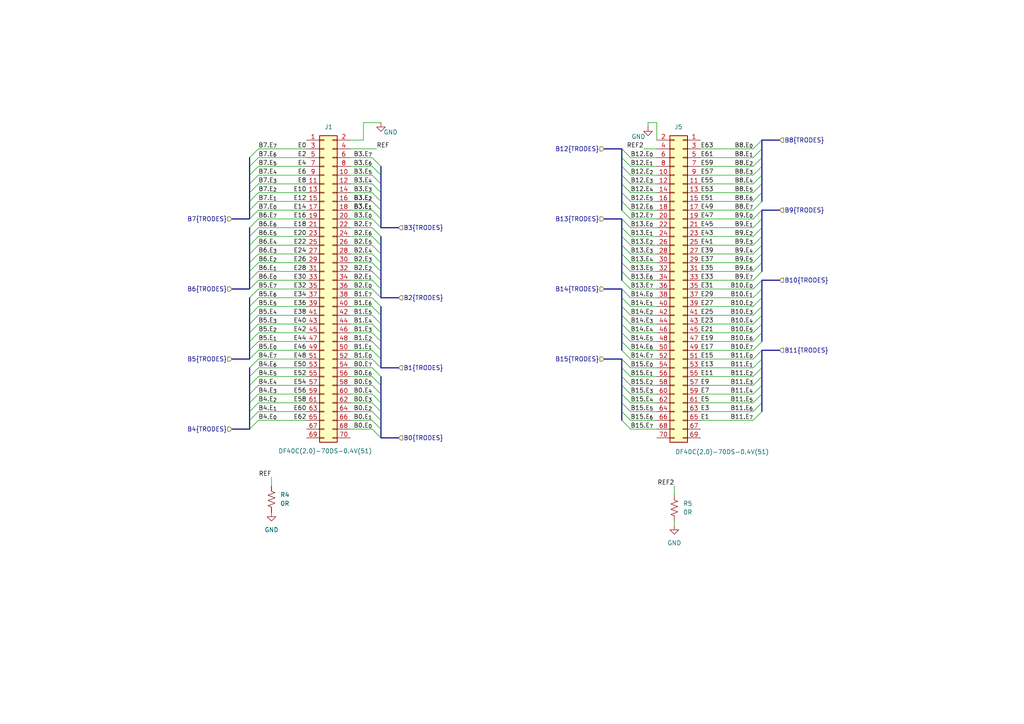
<source format=kicad_sch>
(kicad_sch (version 20250114) (generator "eeschema") (generator_version "9.0")
  (paper "A4")
  (title_block (title "Ephys Test Module - 128 Channel (Dual Hirose DF40C)") (date "2025-04-07") (rev "A") (company "Open Ephys, Inc."))
  (lib_symbols
    (symbol "Connector_Generic:Conn_02x35_Odd_Even" (pin_names (offset 1.016) (hide yes))
      (property "Reference" "J" (at 1.27 45.72 0))
      (property "Value" "Conn_02x35_Odd_Even" (at 1.27 -45.72 0))
      (symbol "Conn_02x35_Odd_Even_1_1"
        (rectangle (start -1.27 44.45) (end 3.81 -44.45) (stroke (width 0.254)) (fill (type background)))
        (rectangle (start -1.27 43.307) (end 0 43.053) (stroke (width 0.1524)))
        (rectangle (start -1.27 40.767) (end 0 40.513) (stroke (width 0.1524)))
        (rectangle (start -1.27 38.227) (end 0 37.973) (stroke (width 0.1524)))
        (rectangle (start -1.27 35.687) (end 0 35.433) (stroke (width 0.1524)))
        (rectangle (start -1.27 33.147) (end 0 32.893) (stroke (width 0.1524)))
        (rectangle (start -1.27 30.607) (end 0 30.353) (stroke (width 0.1524)))
        (rectangle (start -1.27 28.067) (end 0 27.813) (stroke (width 0.1524)))
        (rectangle (start -1.27 25.527) (end 0 25.273) (stroke (width 0.1524)))
        (rectangle (start -1.27 22.987) (end 0 22.733) (stroke (width 0.1524)))
        (rectangle (start -1.27 20.447) (end 0 20.193) (stroke (width 0.1524)))
        (rectangle (start -1.27 17.907) (end 0 17.653) (stroke (width 0.1524)))
        (rectangle (start -1.27 15.367) (end 0 15.113) (stroke (width 0.1524)))
        (rectangle (start -1.27 12.827) (end 0 12.573) (stroke (width 0.1524)))
        (rectangle (start -1.27 10.287) (end 0 10.033) (stroke (width 0.1524)))
        (rectangle (start -1.27 7.747) (end 0 7.493) (stroke (width 0.1524)))
        (rectangle (start -1.27 5.207) (end 0 4.953) (stroke (width 0.1524)))
        (rectangle (start -1.27 2.667) (end 0 2.413) (stroke (width 0.1524)))
        (rectangle (start -1.27 0.127) (end 0 -0.127) (stroke (width 0.1524)))
        (rectangle (start -1.27 -2.413) (end 0 -2.667) (stroke (width 0.1524)))
        (rectangle (start -1.27 -4.953) (end 0 -5.207) (stroke (width 0.1524)))
        (rectangle (start -1.27 -7.493) (end 0 -7.747) (stroke (width 0.1524)))
        (rectangle (start -1.27 -10.033) (end 0 -10.287) (stroke (width 0.1524)))
        (rectangle (start -1.27 -12.573) (end 0 -12.827) (stroke (width 0.1524)))
        (rectangle (start -1.27 -15.113) (end 0 -15.367) (stroke (width 0.1524)))
        (rectangle (start -1.27 -17.653) (end 0 -17.907) (stroke (width 0.1524)))
        (rectangle (start -1.27 -20.193) (end 0 -20.447) (stroke (width 0.1524)))
        (rectangle (start -1.27 -22.733) (end 0 -22.987) (stroke (width 0.1524)))
        (rectangle (start -1.27 -25.273) (end 0 -25.527) (stroke (width 0.1524)))
        (rectangle (start -1.27 -27.813) (end 0 -28.067) (stroke (width 0.1524)))
        (rectangle (start -1.27 -30.353) (end 0 -30.607) (stroke (width 0.1524)))
        (rectangle (start -1.27 -32.893) (end 0 -33.147) (stroke (width 0.1524)))
        (rectangle (start -1.27 -35.433) (end 0 -35.687) (stroke (width 0.1524)))
        (rectangle (start -1.27 -37.973) (end 0 -38.227) (stroke (width 0.1524)))
        (rectangle (start -1.27 -40.513) (end 0 -40.767) (stroke (width 0.1524)))
        (rectangle (start -1.27 -43.053) (end 0 -43.307) (stroke (width 0.1524)))
        (rectangle (start 3.81 43.307) (end 2.54 43.053) (stroke (width 0.1524)))
        (rectangle (start 3.81 40.767) (end 2.54 40.513) (stroke (width 0.1524)))
        (rectangle (start 3.81 38.227) (end 2.54 37.973) (stroke (width 0.1524)))
        (rectangle (start 3.81 35.687) (end 2.54 35.433) (stroke (width 0.1524)))
        (rectangle (start 3.81 33.147) (end 2.54 32.893) (stroke (width 0.1524)))
        (rectangle (start 3.81 30.607) (end 2.54 30.353) (stroke (width 0.1524)))
        (rectangle (start 3.81 28.067) (end 2.54 27.813) (stroke (width 0.1524)))
        (rectangle (start 3.81 25.527) (end 2.54 25.273) (stroke (width 0.1524)))
        (rectangle (start 3.81 22.987) (end 2.54 22.733) (stroke (width 0.1524)))
        (rectangle (start 3.81 20.447) (end 2.54 20.193) (stroke (width 0.1524)))
        (rectangle (start 3.81 17.907) (end 2.54 17.653) (stroke (width 0.1524)))
        (rectangle (start 3.81 15.367) (end 2.54 15.113) (stroke (width 0.1524)))
        (rectangle (start 3.81 12.827) (end 2.54 12.573) (stroke (width 0.1524)))
        (rectangle (start 3.81 10.287) (end 2.54 10.033) (stroke (width 0.1524)))
        (rectangle (start 3.81 7.747) (end 2.54 7.493) (stroke (width 0.1524)))
        (rectangle (start 3.81 5.207) (end 2.54 4.953) (stroke (width 0.1524)))
        (rectangle (start 3.81 2.667) (end 2.54 2.413) (stroke (width 0.1524)))
        (rectangle (start 3.81 0.127) (end 2.54 -0.127) (stroke (width 0.1524)))
        (rectangle (start 3.81 -2.413) (end 2.54 -2.667) (stroke (width 0.1524)))
        (rectangle (start 3.81 -4.953) (end 2.54 -5.207) (stroke (width 0.1524)))
        (rectangle (start 3.81 -7.493) (end 2.54 -7.747) (stroke (width 0.1524)))
        (rectangle (start 3.81 -10.033) (end 2.54 -10.287) (stroke (width 0.1524)))
        (rectangle (start 3.81 -12.573) (end 2.54 -12.827) (stroke (width 0.1524)))
        (rectangle (start 3.81 -15.113) (end 2.54 -15.367) (stroke (width 0.1524)))
        (rectangle (start 3.81 -17.653) (end 2.54 -17.907) (stroke (width 0.1524)))
        (rectangle (start 3.81 -20.193) (end 2.54 -20.447) (stroke (width 0.1524)))
        (rectangle (start 3.81 -22.733) (end 2.54 -22.987) (stroke (width 0.1524)))
        (rectangle (start 3.81 -25.273) (end 2.54 -25.527) (stroke (width 0.1524)))
        (rectangle (start 3.81 -27.813) (end 2.54 -28.067) (stroke (width 0.1524)))
        (rectangle (start 3.81 -30.353) (end 2.54 -30.607) (stroke (width 0.1524)))
        (rectangle (start 3.81 -32.893) (end 2.54 -33.147) (stroke (width 0.1524)))
        (rectangle (start 3.81 -35.433) (end 2.54 -35.687) (stroke (width 0.1524)))
        (rectangle (start 3.81 -37.973) (end 2.54 -38.227) (stroke (width 0.1524)))
        (rectangle (start 3.81 -40.513) (end 2.54 -40.767) (stroke (width 0.1524)))
        (rectangle (start 3.81 -43.053) (end 2.54 -43.307) (stroke (width 0.1524)))
        (pin passive line (at -5.08 43.18 0) (length 3.81) (name "Pin_1") (number "1"))
        (pin passive line (at -5.08 40.64 0) (length 3.81) (name "Pin_3") (number "3"))
        (pin passive line (at -5.08 38.1 0) (length 3.81) (name "Pin_5") (number "5"))
        (pin passive line (at -5.08 35.56 0) (length 3.81) (name "Pin_7") (number "7"))
        (pin passive line (at -5.08 33.02 0) (length 3.81) (name "Pin_9") (number "9"))
        (pin passive line (at -5.08 30.48 0) (length 3.81) (name "Pin_11") (number "11"))
        (pin passive line (at -5.08 27.94 0) (length 3.81) (name "Pin_13") (number "13"))
        (pin passive line (at -5.08 25.4 0) (length 3.81) (name "Pin_15") (number "15"))
        (pin passive line (at -5.08 22.86 0) (length 3.81) (name "Pin_17") (number "17"))
        (pin passive line (at -5.08 20.32 0) (length 3.81) (name "Pin_19") (number "19"))
        (pin passive line (at -5.08 17.78 0) (length 3.81) (name "Pin_21") (number "21"))
        (pin passive line (at -5.08 15.24 0) (length 3.81) (name "Pin_23") (number "23"))
        (pin passive line (at -5.08 12.7 0) (length 3.81) (name "Pin_25") (number "25"))
        (pin passive line (at -5.08 10.16 0) (length 3.81) (name "Pin_27") (number "27"))
        (pin passive line (at -5.08 7.62 0) (length 3.81) (name "Pin_29") (number "29"))
        (pin passive line (at -5.08 5.08 0) (length 3.81) (name "Pin_31") (number "31"))
        (pin passive line (at -5.08 2.54 0) (length 3.81) (name "Pin_33") (number "33"))
        (pin passive line (at -5.08 0 0) (length 3.81) (name "Pin_35") (number "35"))
        (pin passive line (at -5.08 -2.54 0) (length 3.81) (name "Pin_37") (number "37"))
        (pin passive line (at -5.08 -5.08 0) (length 3.81) (name "Pin_39") (number "39"))
        (pin passive line (at -5.08 -7.62 0) (length 3.81) (name "Pin_41") (number "41"))
        (pin passive line (at -5.08 -10.16 0) (length 3.81) (name "Pin_43") (number "43"))
        (pin passive line (at -5.08 -12.7 0) (length 3.81) (name "Pin_45") (number "45"))
        (pin passive line (at -5.08 -15.24 0) (length 3.81) (name "Pin_47") (number "47"))
        (pin passive line (at -5.08 -17.78 0) (length 3.81) (name "Pin_49") (number "49"))
        (pin passive line (at -5.08 -20.32 0) (length 3.81) (name "Pin_51") (number "51"))
        (pin passive line (at -5.08 -22.86 0) (length 3.81) (name "Pin_53") (number "53"))
        (pin passive line (at -5.08 -25.4 0) (length 3.81) (name "Pin_55") (number "55"))
        (pin passive line (at -5.08 -27.94 0) (length 3.81) (name "Pin_57") (number "57"))
        (pin passive line (at -5.08 -30.48 0) (length 3.81) (name "Pin_59") (number "59"))
        (pin passive line (at -5.08 -33.02 0) (length 3.81) (name "Pin_61") (number "61"))
        (pin passive line (at -5.08 -35.56 0) (length 3.81) (name "Pin_63") (number "63"))
        (pin passive line (at -5.08 -38.1 0) (length 3.81) (name "Pin_65") (number "65"))
        (pin passive line (at -5.08 -40.64 0) (length 3.81) (name "Pin_67") (number "67"))
        (pin passive line (at -5.08 -43.18 0) (length 3.81) (name "Pin_69") (number "69"))
        (pin passive line (at 7.62 43.18 180) (length 3.81) (name "Pin_2") (number "2"))
        (pin passive line (at 7.62 40.64 180) (length 3.81) (name "Pin_4") (number "4"))
        (pin passive line (at 7.62 38.1 180) (length 3.81) (name "Pin_6") (number "6"))
        (pin passive line (at 7.62 35.56 180) (length 3.81) (name "Pin_8") (number "8"))
        (pin passive line (at 7.62 33.02 180) (length 3.81) (name "Pin_10") (number "10"))
        (pin passive line (at 7.62 30.48 180) (length 3.81) (name "Pin_12") (number "12"))
        (pin passive line (at 7.62 27.94 180) (length 3.81) (name "Pin_14") (number "14"))
        (pin passive line (at 7.62 25.4 180) (length 3.81) (name "Pin_16") (number "16"))
        (pin passive line (at 7.62 22.86 180) (length 3.81) (name "Pin_18") (number "18"))
        (pin passive line (at 7.62 20.32 180) (length 3.81) (name "Pin_20") (number "20"))
        (pin passive line (at 7.62 17.78 180) (length 3.81) (name "Pin_22") (number "22"))
        (pin passive line (at 7.62 15.24 180) (length 3.81) (name "Pin_24") (number "24"))
        (pin passive line (at 7.62 12.7 180) (length 3.81) (name "Pin_26") (number "26"))
        (pin passive line (at 7.62 10.16 180) (length 3.81) (name "Pin_28") (number "28"))
        (pin passive line (at 7.62 7.62 180) (length 3.81) (name "Pin_30") (number "30"))
        (pin passive line (at 7.62 5.08 180) (length 3.81) (name "Pin_32") (number "32"))
        (pin passive line (at 7.62 2.54 180) (length 3.81) (name "Pin_34") (number "34"))
        (pin passive line (at 7.62 0 180) (length 3.81) (name "Pin_36") (number "36"))
        (pin passive line (at 7.62 -2.54 180) (length 3.81) (name "Pin_38") (number "38"))
        (pin passive line (at 7.62 -5.08 180) (length 3.81) (name "Pin_40") (number "40"))
        (pin passive line (at 7.62 -7.62 180) (length 3.81) (name "Pin_42") (number "42"))
        (pin passive line (at 7.62 -10.16 180) (length 3.81) (name "Pin_44") (number "44"))
        (pin passive line (at 7.62 -12.7 180) (length 3.81) (name "Pin_46") (number "46"))
        (pin passive line (at 7.62 -15.24 180) (length 3.81) (name "Pin_48") (number "48"))
        (pin passive line (at 7.62 -17.78 180) (length 3.81) (name "Pin_50") (number "50"))
        (pin passive line (at 7.62 -20.32 180) (length 3.81) (name "Pin_52") (number "52"))
        (pin passive line (at 7.62 -22.86 180) (length 3.81) (name "Pin_54") (number "54"))
        (pin passive line (at 7.62 -25.4 180) (length 3.81) (name "Pin_56") (number "56"))
        (pin passive line (at 7.62 -27.94 180) (length 3.81) (name "Pin_58") (number "58"))
        (pin passive line (at 7.62 -30.48 180) (length 3.81) (name "Pin_60") (number "60"))
        (pin passive line (at 7.62 -33.02 180) (length 3.81) (name "Pin_62") (number "62"))
        (pin passive line (at 7.62 -35.56 180) (length 3.81) (name "Pin_64") (number "64"))
        (pin passive line (at 7.62 -38.1 180) (length 3.81) (name "Pin_66") (number "66"))
        (pin passive line (at 7.62 -40.64 180) (length 3.81) (name "Pin_68") (number "68"))
        (pin passive line (at 7.62 -43.18 180) (length 3.81) (name "Pin_70") (number "70"))
      )
    )
    (symbol "Device:R_US" (pin_numbers (hide yes)) (pin_names (offset 0))
      (property "Reference" "R" (at 2.54 0 90))
      (property "Value" "R_US" (at -2.54 0 90))
      (symbol "R_US_0_1"
        (polyline (pts (xy 0 2.286) (xy 0 2.54)))
        (polyline (pts (xy 0 2.286) (xy 1.016 1.905) (xy 0 1.524) (xy -1.016 1.143) (xy 0 0.762)))
        (polyline (pts (xy 0 0.762) (xy 1.016 0.381) (xy 0 0) (xy -1.016 -0.381) (xy 0 -0.762)))
        (polyline (pts (xy 0 -0.762) (xy 1.016 -1.143) (xy 0 -1.524) (xy -1.016 -1.905) (xy 0 -2.286)))
        (polyline (pts (xy 0 -2.286) (xy 0 -2.54)))
      )
      (symbol "R_US_1_1"
        (pin passive line (at 0 3.81 270) (length 1.27) (name "~") (number "1"))
        (pin passive line (at 0 -3.81 90) (length 1.27) (name "~") (number "2"))
      )
    )
    (symbol "power:GND" (power) (pin_numbers (hide yes)) (pin_names (offset 0) (hide yes))
      (property "Value" "GND" (at 0 -3.81 0))
      (symbol "GND_0_1"
        (polyline (pts (xy 0 0) (xy 0 -1.27) (xy 1.27 -1.27) (xy 0 -2.54) (xy -1.27 -1.27) (xy 0 -1.27)))
      )
      (symbol "GND_1_1"
        (pin power_in line (at 0 0 270) (length 0) (name "~") (number "1"))
      )
    )
  )
  (bus_entry (at 72.39 50.8) (size 2.54 -2.54))
  (bus_entry (at 72.39 116.84) (size 2.54 -2.54))
  (bus_entry (at 110.49 101.6) (size -2.54 -2.54))
  (bus_entry (at 72.39 78.74) (size 2.54 -2.54))
  (bus_entry (at 110.49 50.8) (size -2.54 -2.54))
  (bus_entry (at 180.34 58.42) (size 2.54 2.54))
  (bus_entry (at 110.49 114.3) (size -2.54 -2.54))
  (bus_entry (at 110.49 121.92) (size -2.54 -2.54))
  (bus_entry (at 220.98 71.12) (size -2.54 2.54))
  (bus_entry (at 110.49 63.5) (size -2.54 -2.54))
  (bus_entry (at 110.49 76.2) (size -2.54 -2.54))
  (bus_entry (at 110.49 96.52) (size -2.54 -2.54))
  (bus_entry (at 220.98 99.06) (size -2.54 2.54))
  (bus_entry (at 72.39 58.42) (size 2.54 -2.54))
  (bus_entry (at 220.98 116.84) (size -2.54 2.54))
  (bus_entry (at 220.98 119.38) (size -2.54 2.54))
  (bus_entry (at 110.49 109.22) (size -2.54 -2.54))
  (bus_entry (at 72.39 104.14) (size 2.54 -2.54))
  (bus_entry (at 72.39 96.52) (size 2.54 -2.54))
  (bus_entry (at 220.98 86.36) (size -2.54 2.54))
  (bus_entry (at 180.34 111.76) (size 2.54 2.54))
  (bus_entry (at 180.34 119.38) (size 2.54 2.54))
  (bus_entry (at 110.49 91.44) (size -2.54 -2.54))
  (bus_entry (at 180.34 45.72) (size 2.54 2.54))
  (bus_entry (at 180.34 99.06) (size 2.54 2.54))
  (bus_entry (at 220.98 58.42) (size -2.54 2.54))
  (bus_entry (at 220.98 96.52) (size -2.54 2.54))
  (bus_entry (at 180.34 71.12) (size 2.54 2.54))
  (bus_entry (at 180.34 88.9) (size 2.54 2.54))
  (bus_entry (at 220.98 40.64) (size -2.54 2.54))
  (bus_entry (at 72.39 63.5) (size 2.54 -2.54))
  (bus_entry (at 220.98 50.8) (size -2.54 2.54))
  (bus_entry (at 180.34 106.68) (size 2.54 2.54))
  (bus_entry (at 110.49 81.28) (size -2.54 -2.54))
  (bus_entry (at 180.34 91.44) (size 2.54 2.54))
  (bus_entry (at 110.49 73.66) (size -2.54 -2.54))
  (bus_entry (at 72.39 99.06) (size 2.54 -2.54))
  (bus_entry (at 220.98 53.34) (size -2.54 2.54))
  (bus_entry (at 220.98 101.6) (size -2.54 2.54))
  (bus_entry (at 180.34 109.22) (size 2.54 2.54))
  (bus_entry (at 220.98 48.26) (size -2.54 2.54))
  (bus_entry (at 220.98 114.3) (size -2.54 2.54))
  (bus_entry (at 72.39 45.72) (size 2.54 -2.54))
  (bus_entry (at 110.49 106.68) (size -2.54 -2.54))
  (bus_entry (at 180.34 101.6) (size 2.54 2.54))
  (bus_entry (at 72.39 66.04) (size 2.54 -2.54))
  (bus_entry (at 180.34 116.84) (size 2.54 2.54))
  (bus_entry (at 220.98 45.72) (size -2.54 2.54))
  (bus_entry (at 72.39 91.44) (size 2.54 -2.54))
  (bus_entry (at 180.34 121.92) (size 2.54 2.54))
  (bus_entry (at 72.39 93.98) (size 2.54 -2.54))
  (bus_entry (at 220.98 73.66) (size -2.54 2.54))
  (bus_entry (at 72.39 121.92) (size 2.54 -2.54))
  (bus_entry (at 72.39 68.58) (size 2.54 -2.54))
  (bus_entry (at 220.98 83.82) (size -2.54 2.54))
  (bus_entry (at 180.34 114.3) (size 2.54 2.54))
  (bus_entry (at 72.39 109.22) (size 2.54 -2.54))
  (bus_entry (at 72.39 81.28) (size 2.54 -2.54))
  (bus_entry (at 110.49 53.34) (size -2.54 -2.54))
  (bus_entry (at 110.49 48.26) (size -2.54 -2.54))
  (bus_entry (at 110.49 116.84) (size -2.54 -2.54))
  (bus_entry (at 72.39 119.38) (size 2.54 -2.54))
  (bus_entry (at 110.49 58.42) (size -2.54 -2.54))
  (bus_entry (at 110.49 124.46) (size -2.54 -2.54))
  (bus_entry (at 180.34 63.5) (size 2.54 2.54))
  (bus_entry (at 72.39 53.34) (size 2.54 -2.54))
  (bus_entry (at 220.98 104.14) (size -2.54 2.54))
  (bus_entry (at 220.98 78.74) (size -2.54 2.54))
  (bus_entry (at 180.34 43.18) (size 2.54 2.54))
  (bus_entry (at 72.39 106.68) (size 2.54 -2.54))
  (bus_entry (at 110.49 127) (size -2.54 -2.54))
  (bus_entry (at 72.39 124.46) (size 2.54 -2.54))
  (bus_entry (at 110.49 86.36) (size -2.54 -2.54))
  (bus_entry (at 110.49 88.9) (size -2.54 -2.54))
  (bus_entry (at 220.98 63.5) (size -2.54 2.54))
  (bus_entry (at 220.98 43.18) (size -2.54 2.54))
  (bus_entry (at 72.39 83.82) (size 2.54 -2.54))
  (bus_entry (at 110.49 99.06) (size -2.54 -2.54))
  (bus_entry (at 72.39 76.2) (size 2.54 -2.54))
  (bus_entry (at 180.34 83.82) (size 2.54 2.54))
  (bus_entry (at 220.98 66.04) (size -2.54 2.54))
  (bus_entry (at 180.34 81.28) (size 2.54 2.54))
  (bus_entry (at 180.34 93.98) (size 2.54 2.54))
  (bus_entry (at 180.34 73.66) (size 2.54 2.54))
  (bus_entry (at 180.34 53.34) (size 2.54 2.54))
  (bus_entry (at 110.49 78.74) (size -2.54 -2.54))
  (bus_entry (at 110.49 71.12) (size -2.54 -2.54))
  (bus_entry (at 180.34 96.52) (size 2.54 2.54))
  (bus_entry (at 180.34 55.88) (size 2.54 2.54))
  (bus_entry (at 72.39 48.26) (size 2.54 -2.54))
  (bus_entry (at 72.39 101.6) (size 2.54 -2.54))
  (bus_entry (at 110.49 93.98) (size -2.54 -2.54))
  (bus_entry (at 220.98 60.96) (size -2.54 2.54))
  (bus_entry (at 220.98 81.28) (size -2.54 2.54))
  (bus_entry (at 180.34 50.8) (size 2.54 2.54))
  (bus_entry (at 110.49 83.82) (size -2.54 -2.54))
  (bus_entry (at 220.98 88.9) (size -2.54 2.54))
  (bus_entry (at 110.49 60.96) (size -2.54 -2.54))
  (bus_entry (at 72.39 71.12) (size 2.54 -2.54))
  (bus_entry (at 220.98 68.58) (size -2.54 2.54))
  (bus_entry (at 110.49 66.04) (size -2.54 -2.54))
  (bus_entry (at 180.34 68.58) (size 2.54 2.54))
  (bus_entry (at 110.49 104.14) (size -2.54 -2.54))
  (bus_entry (at 72.39 114.3) (size 2.54 -2.54))
  (bus_entry (at 72.39 73.66) (size 2.54 -2.54))
  (bus_entry (at 110.49 55.88) (size -2.54 -2.54))
  (bus_entry (at 180.34 86.36) (size 2.54 2.54))
  (bus_entry (at 72.39 88.9) (size 2.54 -2.54))
  (bus_entry (at 72.39 111.76) (size 2.54 -2.54))
  (bus_entry (at 220.98 91.44) (size -2.54 2.54))
  (bus_entry (at 180.34 78.74) (size 2.54 2.54))
  (bus_entry (at 72.39 86.36) (size 2.54 -2.54))
  (bus_entry (at 220.98 106.68) (size -2.54 2.54))
  (bus_entry (at 180.34 60.96) (size 2.54 2.54))
  (bus_entry (at 180.34 66.04) (size 2.54 2.54))
  (bus_entry (at 220.98 109.22) (size -2.54 2.54))
  (bus_entry (at 180.34 104.14) (size 2.54 2.54))
  (bus_entry (at 220.98 93.98) (size -2.54 2.54))
  (bus_entry (at 72.39 55.88) (size 2.54 -2.54))
  (bus_entry (at 220.98 111.76) (size -2.54 2.54))
  (bus_entry (at 72.39 60.96) (size 2.54 -2.54))
  (bus_entry (at 220.98 55.88) (size -2.54 2.54))
  (bus_entry (at 220.98 76.2) (size -2.54 2.54))
  (bus_entry (at 180.34 76.2) (size 2.54 2.54))
  (bus_entry (at 110.49 111.76) (size -2.54 -2.54))
  (bus_entry (at 110.49 68.58) (size -2.54 -2.54))
  (bus_entry (at 110.49 119.38) (size -2.54 -2.54))
  (bus_entry (at 180.34 48.26) (size 2.54 2.54))
  (wire (pts (xy 203.2 68.58) (xy 218.44 68.58)))
  (wire (pts (xy 187.96 35.56) (xy 190.5 35.56)))
  (bus (pts (xy 110.49 96.52) (xy 110.49 93.98)))
  (wire (pts (xy 203.2 43.18) (xy 218.44 43.18)))
  (bus (pts (xy 175.26 43.18) (xy 180.34 43.18)))
  (bus (pts (xy 226.06 101.6) (xy 220.98 101.6)))
  (wire (pts (xy 74.93 96.52) (xy 88.9 96.52)))
  (wire (pts (xy 101.6 86.36) (xy 107.95 86.36)))
  (bus (pts (xy 220.98 55.88) (xy 220.98 58.42)))
  (bus (pts (xy 72.39 124.46) (xy 72.39 121.92)))
  (bus (pts (xy 72.39 111.76) (xy 72.39 109.22)))
  (bus (pts (xy 72.39 104.14) (xy 72.39 101.6)))
  (wire (pts (xy 74.93 53.34) (xy 88.9 53.34)))
  (bus (pts (xy 110.49 93.98) (xy 110.49 91.44)))
  (bus (pts (xy 180.34 68.58) (xy 180.34 71.12)))
  (wire (pts (xy 107.95 63.5) (xy 101.6 63.5)))
  (wire (pts (xy 107.95 83.82) (xy 101.6 83.82)))
  (wire (pts (xy 190.5 93.98) (xy 182.88 93.98)))
  (bus (pts (xy 72.39 101.6) (xy 72.39 99.06)))
  (bus (pts (xy 180.34 96.52) (xy 180.34 99.06)))
  (wire (pts (xy 107.95 114.3) (xy 101.6 114.3)))
  (bus (pts (xy 220.98 104.14) (xy 220.98 106.68)))
  (wire (pts (xy 107.95 50.8) (xy 101.6 50.8)))
  (wire (pts (xy 190.5 81.28) (xy 182.88 81.28)))
  (bus (pts (xy 72.39 50.8) (xy 72.39 48.26)))
  (wire (pts (xy 107.95 45.72) (xy 101.6 45.72)))
  (wire (pts (xy 203.2 58.42) (xy 218.44 58.42)))
  (wire (pts (xy 107.95 119.38) (xy 101.6 119.38)))
  (wire (pts (xy 187.96 35.56) (xy 187.96 36.83)))
  (bus (pts (xy 110.49 58.42) (xy 110.49 55.88)))
  (bus (pts (xy 110.49 81.28) (xy 110.49 78.74)))
  (bus (pts (xy 180.34 58.42) (xy 180.34 60.96)))
  (bus (pts (xy 220.98 116.84) (xy 220.98 119.38)))
  (bus (pts (xy 220.98 66.04) (xy 220.98 68.58)))
  (bus (pts (xy 110.49 101.6) (xy 110.49 99.06)))
  (wire (pts (xy 105.41 35.56) (xy 110.49 35.56)))
  (bus (pts (xy 180.34 48.26) (xy 180.34 50.8)))
  (wire (pts (xy 105.41 40.64) (xy 105.41 35.56)))
  (bus (pts (xy 110.49 66.04) (xy 110.49 63.5)))
  (bus (pts (xy 180.34 43.18) (xy 180.34 45.72)))
  (wire (pts (xy 74.93 66.04) (xy 88.9 66.04)))
  (wire (pts (xy 101.6 93.98) (xy 107.95 93.98)))
  (wire (pts (xy 74.93 83.82) (xy 88.9 83.82)))
  (wire (pts (xy 101.6 88.9) (xy 107.95 88.9)))
  (wire (pts (xy 107.95 68.58) (xy 101.6 68.58)))
  (bus (pts (xy 180.34 83.82) (xy 180.34 86.36)))
  (wire (pts (xy 107.95 66.04) (xy 101.6 66.04)))
  (wire (pts (xy 101.6 40.64) (xy 105.41 40.64)))
  (wire (pts (xy 203.2 78.74) (xy 218.44 78.74)))
  (wire (pts (xy 203.2 93.98) (xy 218.44 93.98)))
  (bus (pts (xy 110.49 91.44) (xy 110.49 88.9)))
  (wire (pts (xy 74.93 73.66) (xy 88.9 73.66)))
  (wire (pts (xy 203.2 45.72) (xy 218.44 45.72)))
  (bus (pts (xy 180.34 73.66) (xy 180.34 76.2)))
  (bus (pts (xy 72.39 93.98) (xy 72.39 91.44)))
  (wire (pts (xy 107.95 101.6) (xy 101.6 101.6)))
  (wire (pts (xy 190.5 63.5) (xy 182.88 63.5)))
  (bus (pts (xy 180.34 114.3) (xy 180.34 116.84)))
  (wire (pts (xy 190.5 109.22) (xy 182.88 109.22)))
  (wire (pts (xy 74.93 60.96) (xy 88.9 60.96)))
  (bus (pts (xy 180.34 53.34) (xy 180.34 55.88)))
  (bus (pts (xy 110.49 119.38) (xy 110.49 116.84)))
  (bus (pts (xy 180.34 116.84) (xy 180.34 119.38)))
  (wire (pts (xy 190.5 106.68) (xy 182.88 106.68)))
  (bus (pts (xy 220.98 50.8) (xy 220.98 53.34)))
  (wire (pts (xy 74.93 78.74) (xy 88.9 78.74)))
  (bus (pts (xy 220.98 114.3) (xy 220.98 116.84)))
  (wire (pts (xy 203.2 86.36) (xy 218.44 86.36)))
  (wire (pts (xy 190.5 124.46) (xy 182.88 124.46)))
  (wire (pts (xy 107.95 96.52) (xy 101.6 96.52)))
  (wire (pts (xy 74.93 104.14) (xy 88.9 104.14)))
  (bus (pts (xy 110.49 86.36) (xy 110.49 83.82)))
  (wire (pts (xy 190.5 99.06) (xy 182.88 99.06)))
  (wire (pts (xy 107.95 104.14) (xy 101.6 104.14)))
  (bus (pts (xy 180.34 76.2) (xy 180.34 78.74)))
  (wire (pts (xy 203.2 114.3) (xy 218.44 114.3)))
  (bus (pts (xy 220.98 71.12) (xy 220.98 73.66)))
  (wire (pts (xy 74.93 86.36) (xy 88.9 86.36)))
  (bus (pts (xy 180.34 50.8) (xy 180.34 53.34)))
  (wire (pts (xy 203.2 111.76) (xy 218.44 111.76)))
  (wire (pts (xy 74.93 106.68) (xy 88.9 106.68)))
  (wire (pts (xy 203.2 121.92) (xy 218.44 121.92)))
  (bus (pts (xy 180.34 88.9) (xy 180.34 91.44)))
  (bus (pts (xy 110.49 99.06) (xy 110.49 96.52)))
  (bus (pts (xy 220.98 73.66) (xy 220.98 76.2)))
  (wire (pts (xy 203.2 48.26) (xy 218.44 48.26)))
  (wire (pts (xy 203.2 81.28) (xy 218.44 81.28)))
  (wire (pts (xy 107.95 71.12) (xy 101.6 71.12)))
  (bus (pts (xy 220.98 48.26) (xy 220.98 50.8)))
  (wire (pts (xy 190.5 66.04) (xy 182.88 66.04)))
  (wire (pts (xy 203.2 96.52) (xy 218.44 96.52)))
  (bus (pts (xy 180.34 104.14) (xy 180.34 106.68)))
  (bus (pts (xy 72.39 91.44) (xy 72.39 88.9)))
  (bus (pts (xy 110.49 116.84) (xy 110.49 114.3)))
  (bus (pts (xy 115.57 127) (xy 110.49 127)))
  (bus (pts (xy 67.31 104.14) (xy 72.39 104.14)))
  (wire (pts (xy 107.95 55.88) (xy 101.6 55.88)))
  (wire (pts (xy 203.2 99.06) (xy 218.44 99.06)))
  (wire (pts (xy 203.2 109.22) (xy 218.44 109.22)))
  (wire (pts (xy 107.95 116.84) (xy 101.6 116.84)))
  (bus (pts (xy 220.98 68.58) (xy 220.98 71.12)))
  (wire (pts (xy 190.5 60.96) (xy 182.88 60.96)))
  (bus (pts (xy 220.98 101.6) (xy 220.98 104.14)))
  (bus (pts (xy 180.34 119.38) (xy 180.34 121.92)))
  (bus (pts (xy 175.26 83.82) (xy 180.34 83.82)))
  (wire (pts (xy 190.5 73.66) (xy 182.88 73.66)))
  (bus (pts (xy 72.39 116.84) (xy 72.39 114.3)))
  (wire (pts (xy 190.5 48.26) (xy 182.88 48.26)))
  (bus (pts (xy 180.34 55.88) (xy 180.34 58.42)))
  (wire (pts (xy 190.5 78.74) (xy 182.88 78.74)))
  (bus (pts (xy 220.98 93.98) (xy 220.98 96.52)))
  (bus (pts (xy 110.49 104.14) (xy 110.49 101.6)))
  (wire (pts (xy 203.2 73.66) (xy 218.44 73.66)))
  (bus (pts (xy 220.98 109.22) (xy 220.98 111.76)))
  (wire (pts (xy 107.95 109.22) (xy 101.6 109.22)))
  (bus (pts (xy 72.39 121.92) (xy 72.39 119.38)))
  (bus (pts (xy 180.34 78.74) (xy 180.34 81.28)))
  (bus (pts (xy 175.26 63.5) (xy 180.34 63.5)))
  (wire (pts (xy 78.74 138.43) (xy 78.74 140.97)))
  (bus (pts (xy 67.31 63.5) (xy 72.39 63.5)))
  (bus (pts (xy 110.49 114.3) (xy 110.49 111.76)))
  (bus (pts (xy 110.49 106.68) (xy 110.49 104.14)))
  (bus (pts (xy 220.98 81.28) (xy 220.98 83.82)))
  (wire (pts (xy 74.93 99.06) (xy 88.9 99.06)))
  (bus (pts (xy 72.39 58.42) (xy 72.39 55.88)))
  (bus (pts (xy 175.26 104.14) (xy 180.34 104.14)))
  (wire (pts (xy 74.93 68.58) (xy 88.9 68.58)))
  (bus (pts (xy 220.98 60.96) (xy 220.98 63.5)))
  (bus (pts (xy 220.98 96.52) (xy 220.98 99.06)))
  (bus (pts (xy 110.49 55.88) (xy 110.49 53.34)))
  (bus (pts (xy 72.39 99.06) (xy 72.39 96.52)))
  (wire (pts (xy 186.69 43.18) (xy 190.5 43.18)))
  (bus (pts (xy 72.39 119.38) (xy 72.39 116.84)))
  (wire (pts (xy 74.93 116.84) (xy 88.9 116.84)))
  (bus (pts (xy 220.98 40.64) (xy 220.98 43.18)))
  (bus (pts (xy 180.34 93.98) (xy 180.34 96.52)))
  (bus (pts (xy 72.39 71.12) (xy 72.39 68.58)))
  (bus (pts (xy 110.49 78.74) (xy 110.49 76.2)))
  (bus (pts (xy 220.98 45.72) (xy 220.98 48.26)))
  (wire (pts (xy 190.5 83.82) (xy 182.88 83.82)))
  (wire (pts (xy 74.93 76.2) (xy 88.9 76.2)))
  (wire (pts (xy 190.5 104.14) (xy 182.88 104.14)))
  (bus (pts (xy 72.39 53.34) (xy 72.39 50.8)))
  (bus (pts (xy 72.39 88.9) (xy 72.39 86.36)))
  (bus (pts (xy 115.57 66.04) (xy 110.49 66.04)))
  (bus (pts (xy 220.98 86.36) (xy 220.98 88.9)))
  (wire (pts (xy 195.58 152.4) (xy 195.58 151.13)))
  (wire (pts (xy 107.95 111.76) (xy 101.6 111.76)))
  (bus (pts (xy 220.98 106.68) (xy 220.98 109.22)))
  (wire (pts (xy 203.2 60.96) (xy 218.44 60.96)))
  (wire (pts (xy 203.2 104.14) (xy 218.44 104.14)))
  (wire (pts (xy 74.93 91.44) (xy 88.9 91.44)))
  (bus (pts (xy 220.98 88.9) (xy 220.98 91.44)))
  (wire (pts (xy 190.5 58.42) (xy 182.88 58.42)))
  (bus (pts (xy 110.49 76.2) (xy 110.49 73.66)))
  (bus (pts (xy 72.39 48.26) (xy 72.39 45.72)))
  (wire (pts (xy 74.93 93.98) (xy 88.9 93.98)))
  (wire (pts (xy 203.2 55.88) (xy 218.44 55.88)))
  (wire (pts (xy 74.93 109.22) (xy 88.9 109.22)))
  (wire (pts (xy 203.2 91.44) (xy 218.44 91.44)))
  (wire (pts (xy 107.95 48.26) (xy 101.6 48.26)))
  (wire (pts (xy 190.5 50.8) (xy 182.88 50.8)))
  (bus (pts (xy 180.34 106.68) (xy 180.34 109.22)))
  (wire (pts (xy 74.93 101.6) (xy 88.9 101.6)))
  (bus (pts (xy 110.49 63.5) (xy 110.49 60.96)))
  (wire (pts (xy 107.95 81.28) (xy 101.6 81.28)))
  (bus (pts (xy 226.06 81.28) (xy 220.98 81.28)))
  (wire (pts (xy 74.93 43.18) (xy 88.9 43.18)))
  (bus (pts (xy 110.49 71.12) (xy 110.49 68.58)))
  (wire (pts (xy 107.95 60.96) (xy 101.6 60.96)))
  (wire (pts (xy 107.95 99.06) (xy 101.6 99.06)))
  (bus (pts (xy 180.34 86.36) (xy 180.34 88.9)))
  (bus (pts (xy 67.31 124.46) (xy 72.39 124.46)))
  (wire (pts (xy 203.2 88.9) (xy 218.44 88.9)))
  (wire (pts (xy 190.5 88.9) (xy 182.88 88.9)))
  (wire (pts (xy 190.5 68.58) (xy 182.88 68.58)))
  (bus (pts (xy 72.39 63.5) (xy 72.39 60.96)))
  (bus (pts (xy 110.49 60.96) (xy 110.49 58.42)))
  (bus (pts (xy 220.98 43.18) (xy 220.98 45.72)))
  (bus (pts (xy 180.34 99.06) (xy 180.34 101.6)))
  (wire (pts (xy 74.93 58.42) (xy 88.9 58.42)))
  (bus (pts (xy 180.34 66.04) (xy 180.34 68.58)))
  (wire (pts (xy 190.5 35.56) (xy 190.5 40.64)))
  (wire (pts (xy 203.2 116.84) (xy 218.44 116.84)))
  (bus (pts (xy 72.39 55.88) (xy 72.39 53.34)))
  (bus (pts (xy 220.98 111.76) (xy 220.98 114.3)))
  (wire (pts (xy 74.93 48.26) (xy 88.9 48.26)))
  (bus (pts (xy 110.49 124.46) (xy 110.49 121.92)))
  (bus (pts (xy 72.39 83.82) (xy 72.39 81.28)))
  (bus (pts (xy 110.49 73.66) (xy 110.49 71.12)))
  (wire (pts (xy 203.2 83.82) (xy 218.44 83.82)))
  (wire (pts (xy 203.2 50.8) (xy 218.44 50.8)))
  (wire (pts (xy 203.2 53.34) (xy 218.44 53.34)))
  (bus (pts (xy 180.34 63.5) (xy 180.34 66.04)))
  (bus (pts (xy 110.49 50.8) (xy 110.49 48.26)))
  (bus (pts (xy 72.39 68.58) (xy 72.39 66.04)))
  (bus (pts (xy 110.49 53.34) (xy 110.49 50.8)))
  (wire (pts (xy 107.95 124.46) (xy 101.6 124.46)))
  (bus (pts (xy 220.98 63.5) (xy 220.98 66.04)))
  (wire (pts (xy 74.93 111.76) (xy 88.9 111.76)))
  (wire (pts (xy 74.93 71.12) (xy 88.9 71.12)))
  (wire (pts (xy 109.22 43.18) (xy 101.6 43.18)))
  (bus (pts (xy 72.39 76.2) (xy 72.39 73.66)))
  (wire (pts (xy 107.95 73.66) (xy 101.6 73.66)))
  (wire (pts (xy 74.93 81.28) (xy 88.9 81.28)))
  (bus (pts (xy 180.34 111.76) (xy 180.34 114.3)))
  (wire (pts (xy 190.5 114.3) (xy 182.88 114.3)))
  (bus (pts (xy 72.39 114.3) (xy 72.39 111.76)))
  (wire (pts (xy 107.95 78.74) (xy 101.6 78.74)))
  (bus (pts (xy 72.39 109.22) (xy 72.39 106.68)))
  (wire (pts (xy 190.5 101.6) (xy 182.88 101.6)))
  (wire (pts (xy 107.95 58.42) (xy 101.6 58.42)))
  (wire (pts (xy 203.2 71.12) (xy 218.44 71.12)))
  (wire (pts (xy 190.5 71.12) (xy 182.88 71.12)))
  (bus (pts (xy 180.34 71.12) (xy 180.34 73.66)))
  (wire (pts (xy 107.95 91.44) (xy 101.6 91.44)))
  (bus (pts (xy 180.34 45.72) (xy 180.34 48.26)))
  (wire (pts (xy 203.2 119.38) (xy 218.44 119.38)))
  (wire (pts (xy 74.93 114.3) (xy 88.9 114.3)))
  (wire (pts (xy 74.93 45.72) (xy 88.9 45.72)))
  (wire (pts (xy 74.93 55.88) (xy 88.9 55.88)))
  (bus (pts (xy 72.39 81.28) (xy 72.39 78.74)))
  (wire (pts (xy 190.5 116.84) (xy 182.88 116.84)))
  (wire (pts (xy 107.95 106.68) (xy 101.6 106.68)))
  (wire (pts (xy 190.5 55.88) (xy 182.88 55.88)))
  (wire (pts (xy 74.93 63.5) (xy 88.9 63.5)))
  (bus (pts (xy 110.49 121.92) (xy 110.49 119.38)))
  (bus (pts (xy 220.98 76.2) (xy 220.98 78.74)))
  (wire (pts (xy 74.93 119.38) (xy 88.9 119.38)))
  (bus (pts (xy 226.06 60.96) (xy 220.98 60.96)))
  (bus (pts (xy 180.34 109.22) (xy 180.34 111.76)))
  (bus (pts (xy 115.57 106.68) (xy 110.49 106.68)))
  (bus (pts (xy 72.39 78.74) (xy 72.39 76.2)))
  (bus (pts (xy 72.39 60.96) (xy 72.39 58.42)))
  (bus (pts (xy 110.49 111.76) (xy 110.49 109.22)))
  (bus (pts (xy 180.34 91.44) (xy 180.34 93.98)))
  (bus (pts (xy 110.49 83.82) (xy 110.49 81.28)))
  (wire (pts (xy 203.2 106.68) (xy 218.44 106.68)))
  (wire (pts (xy 190.5 121.92) (xy 182.88 121.92)))
  (wire (pts (xy 203.2 66.04) (xy 218.44 66.04)))
  (wire (pts (xy 190.5 119.38) (xy 182.88 119.38)))
  (wire (pts (xy 107.95 53.34) (xy 101.6 53.34)))
  (wire (pts (xy 203.2 101.6) (xy 218.44 101.6)))
  (wire (pts (xy 107.95 121.92) (xy 101.6 121.92)))
  (wire (pts (xy 195.58 140.97) (xy 195.58 143.51)))
  (wire (pts (xy 190.5 53.34) (xy 182.88 53.34)))
  (wire (pts (xy 74.93 121.92) (xy 88.9 121.92)))
  (wire (pts (xy 190.5 91.44) (xy 182.88 91.44)))
  (wire (pts (xy 203.2 76.2) (xy 218.44 76.2)))
  (wire (pts (xy 107.95 76.2) (xy 101.6 76.2)))
  (bus (pts (xy 220.98 91.44) (xy 220.98 93.98)))
  (wire (pts (xy 190.5 45.72) (xy 182.88 45.72)))
  (wire (pts (xy 190.5 86.36) (xy 182.88 86.36)))
  (bus (pts (xy 220.98 83.82) (xy 220.98 86.36)))
  (bus (pts (xy 110.49 127) (xy 110.49 124.46)))
  (wire (pts (xy 190.5 111.76) (xy 182.88 111.76)))
  (bus (pts (xy 226.06 40.64) (xy 220.98 40.64)))
  (bus (pts (xy 72.39 96.52) (xy 72.39 93.98)))
  (bus (pts (xy 67.31 83.82) (xy 72.39 83.82)))
  (wire (pts (xy 203.2 63.5) (xy 218.44 63.5)))
  (wire (pts (xy 190.5 76.2) (xy 182.88 76.2)))
  (wire (pts (xy 74.93 88.9) (xy 88.9 88.9)))
  (bus (pts (xy 115.57 86.36) (xy 110.49 86.36)))
  (wire (pts (xy 190.5 96.52) (xy 182.88 96.52)))
  (bus (pts (xy 220.98 53.34) (xy 220.98 55.88)))
  (bus (pts (xy 72.39 73.66) (xy 72.39 71.12)))
  (wire (pts (xy 74.93 50.8) (xy 88.9 50.8)))
  (label "B5.E_{7}" (at 74.93 83.82 0))
  (label "B10.E_{0}" (at 218.44 83.82 180))
  (label "E40" (at 88.9 93.98 180))
  (label "B15.E_{3}" (at 182.88 114.3 0))
  (label "B15.E_{4}" (at 182.88 116.84 0))
  (label "E34" (at 88.9 86.36 180))
  (label "B1.E_{2}" (at 107.95 99.06 180))
  (label "REF" (at 109.22 43.18 0))
  (label "B13.E_{4}" (at 182.88 76.2 0))
  (label "B0.E_{4}" (at 107.95 114.3 180))
  (label "B3.E_{5}" (at 107.95 50.8 180))
  (label "E46" (at 88.9 101.6 180))
  (label "B5.E_{1}" (at 74.93 99.06 0))
  (label "B15.E_{1}" (at 182.88 109.22 0))
  (label "B6.E_{1}" (at 74.93 78.74 0))
  (label "B13.E_{3}" (at 182.88 73.66 0))
  (label "E18" (at 88.9 66.04 180))
  (label "B4.E_{4}" (at 74.93 111.76 0))
  (label "E14" (at 88.9 60.96 180))
  (label "B8.E_{7}" (at 218.44 60.96 180))
  (label "E20" (at 88.9 68.58 180))
  (label "E29" (at 203.2 86.36 0))
  (label "B12.E_{0}" (at 182.88 45.72 0))
  (label "B15.E_{6}" (at 182.88 121.92 0))
  (label "B13.E_{7}" (at 182.88 83.82 0))
  (label "B9.E_{2}" (at 218.44 68.58 180))
  (label "B15.E_{7}" (at 182.88 124.46 0))
  (label "E6" (at 88.9 50.8 180))
  (label "B7.E_{7}" (at 74.93 43.18 0))
  (label "B13.E_{5}" (at 182.88 78.74 0))
  (label "B2.E_{3}" (at 107.95 76.2 180))
  (label "B4.E_{5}" (at 74.93 109.22 0))
  (label "B10.E_{3}" (at 218.44 91.44 180))
  (label "E32" (at 88.9 83.82 180))
  (label "E4" (at 88.9 48.26 180))
  (label "B11.E_{4}" (at 218.44 114.3 180))
  (label "B7.E_{2}" (at 74.93 55.88 0))
  (label "REF" (at 78.74 138.43 180))
  (label "E56" (at 88.9 114.3 180))
  (label "B12.E_{3}" (at 182.88 53.34 0))
  (label "B11.E_{7}" (at 218.44 121.92 180))
  (label "REF2" (at 195.58 140.97 180))
  (label "B3.E_{1}" (at 107.95 60.96 180))
  (label "B3.E_{4}" (at 107.95 53.34 180))
  (label "B4.E_{0}" (at 74.93 121.92 0))
  (label "E7" (at 203.2 114.3 0))
  (label "E25" (at 203.2 91.44 0))
  (label "B9.E_{1}" (at 218.44 66.04 180))
  (label "E51" (at 203.2 58.42 0))
  (label "B8.E_{1}" (at 218.44 45.72 180))
  (label "E19" (at 203.2 99.06 0))
  (label "B6.E_{2}" (at 74.93 76.2 0))
  (label "E45" (at 203.2 66.04 0))
  (label "E16" (at 88.9 63.5 180))
  (label "B12.E_{7}" (at 182.88 63.5 0))
  (label "E59" (at 203.2 48.26 0))
  (label "B0.E_{6}" (at 107.95 109.22 180))
  (label "B1.E_{5}" (at 107.95 91.44 180))
  (label "E31" (at 203.2 83.82 0))
  (label "E62" (at 88.9 121.92 180))
  (label "B8.E_{4}" (at 218.44 53.34 180))
  (label "E1" (at 203.2 121.92 0))
  (label "B2.E_{1}" (at 107.95 81.28 180))
  (label "B9.E_{3}" (at 218.44 71.12 180))
  (label "B4.E_{1}" (at 74.93 119.38 0))
  (label "B13.E_{0}" (at 182.88 66.04 0))
  (label "B8.E_{0}" (at 218.44 43.18 180))
  (label "E37" (at 203.2 76.2 0))
  (label "E3" (at 203.2 119.38 0))
  (label "B13.E_{2}" (at 182.88 71.12 0))
  (label "B14.E_{2}" (at 182.88 91.44 0))
  (label "B7.E_{3}" (at 74.93 53.34 0))
  (label "B9.E_{6}" (at 218.44 78.74 180))
  (label "E52" (at 88.9 109.22 180))
  (label "B12.E_{4}" (at 182.88 55.88 0))
  (label "B0.E_{7}" (at 107.95 106.68 180))
  (label "B5.E_{2}" (at 74.93 96.52 0))
  (label "E43" (at 203.2 68.58 0))
  (label "B4.E_{6}" (at 74.93 106.68 0))
  (label "E49" (at 203.2 60.96 0))
  (label "B14.E_{6}" (at 182.88 101.6 0))
  (label "B6.E_{6}" (at 74.93 66.04 0))
  (label "B3.E_{7}" (at 107.95 45.72 180))
  (label "E35" (at 203.2 78.74 0))
  (label "B3.E_{3}" (at 107.95 55.88 180))
  (label "B1.E_{0}" (at 107.95 104.14 180))
  (label "B6.E_{7}" (at 74.93 63.5 0))
  (label "B0.E_{3}" (at 107.95 116.84 180))
  (label "B10.E_{6}" (at 218.44 99.06 180))
  (label "E10" (at 88.9 55.88 180))
  (label "E9" (at 203.2 111.76 0))
  (label "E53" (at 203.2 55.88 0))
  (label "B3.E_{2}" (at 107.95 58.42 180))
  (label "B11.E_{5}" (at 218.44 116.84 180))
  (label "B2.E_{6}" (at 107.95 68.58 180))
  (label "B0.E_{5}" (at 107.95 111.76 180))
  (label "B4.E_{3}" (at 74.93 114.3 0))
  (label "B5.E_{4}" (at 74.93 91.44 0))
  (label "B8.E_{2}" (at 218.44 48.26 180))
  (label "B12.E_{6}" (at 182.88 60.96 0))
  (label "B2.E_{7}" (at 107.95 66.04 180))
  (label "E33" (at 203.2 81.28 0))
  (label "B10.E_{4}" (at 218.44 93.98 180))
  (label "B14.E_{4}" (at 182.88 96.52 0))
  (label "B1.E_{4}" (at 107.95 93.98 180))
  (label "B11.E_{6}" (at 218.44 119.38 180))
  (label "B0.E_{1}" (at 107.95 121.92 180))
  (label "B12.E_{2}" (at 182.88 50.8 0))
  (label "B4.E_{2}" (at 74.93 116.84 0))
  (label "E58" (at 88.9 116.84 180))
  (label "B5.E_{3}" (at 74.93 93.98 0))
  (label "B5.E_{5}" (at 74.93 88.9 0))
  (label "E8" (at 88.9 53.34 180))
  (label "E24" (at 88.9 73.66 180))
  (label "E44" (at 88.9 99.06 180))
  (label "E2" (at 88.9 45.72 180))
  (label "E26" (at 88.9 76.2 180))
  (label "B2.E_{5}" (at 107.95 71.12 180))
  (label "B9.E_{5}" (at 218.44 76.2 180))
  (label "E22" (at 88.9 71.12 180))
  (label "B8.E_{5}" (at 218.44 55.88 180))
  (label "B7.E_{6}" (at 74.93 45.72 0))
  (label "B12.E_{1}" (at 182.88 48.26 0))
  (label "B15.E_{2}" (at 182.88 111.76 0))
  (label "B11.E_{2}" (at 218.44 109.22 180))
  (label "E41" (at 203.2 71.12 0))
  (label "B9.E_{0}" (at 218.44 63.5 180))
  (label "B10.E_{7}" (at 218.44 101.6 180))
  (label "E21" (at 203.2 96.52 0))
  (label "B15.E_{0}" (at 182.88 106.68 0))
  (label "B0.E_{2}" (at 107.95 119.38 180))
  (label "B10.E_{2}" (at 218.44 88.9 180))
  (label "E48" (at 88.9 104.14 180))
  (label "B3.E_{1}" (at 107.95 60.96 180))
  (label "B7.E_{0}" (at 74.93 60.96 0))
  (label "E27" (at 203.2 88.9 0))
  (label "B7.E_{5}" (at 74.93 48.26 0))
  (label "REF2" (at 186.69 43.18 180))
  (label "B4.E_{7}" (at 74.93 104.14 0))
  (label "B5.E_{0}" (at 74.93 101.6 0))
  (label "B7.E_{4}" (at 74.93 50.8 0))
  (label "E36" (at 88.9 88.9 180))
  (label "E50" (at 88.9 106.68 180))
  (label "E0" (at 88.9 43.18 180))
  (label "B11.E_{3}" (at 218.44 111.76 180))
  (label "B1.E_{3}" (at 107.95 96.52 180))
  (label "E61" (at 203.2 45.72 0))
  (label "B2.E_{0}" (at 107.95 83.82 180))
  (label "E42" (at 88.9 96.52 180))
  (label "B8.E_{3}" (at 218.44 50.8 180))
  (label "B13.E_{6}" (at 182.88 81.28 0))
  (label "B1.E_{7}" (at 107.95 86.36 180))
  (label "B6.E_{0}" (at 74.93 81.28 0))
  (label "E12" (at 88.9 58.42 180))
  (label "E5" (at 203.2 116.84 0))
  (label "B13.E_{1}" (at 182.88 68.58 0))
  (label "B8.E_{6}" (at 218.44 58.42 180))
  (label "B10.E_{5}" (at 218.44 96.52 180))
  (label "E23" (at 203.2 93.98 0))
  (label "E55" (at 203.2 53.34 0))
  (label "E63" (at 203.2 43.18 0))
  (label "B14.E_{1}" (at 182.88 88.9 0))
  (label "B6.E_{5}" (at 74.93 68.58 0))
  (label "B14.E_{0}" (at 182.88 86.36 0))
  (label "E54" (at 88.9 111.76 180))
  (label "B9.E_{4}" (at 218.44 73.66 180))
  (label "B2.E_{4}" (at 107.95 73.66 180))
  (label "B14.E_{5}" (at 182.88 99.06 0))
  (label "B14.E_{3}" (at 182.88 93.98 0))
  (label "B2.E_{2}" (at 107.95 78.74 180))
  (label "E39" (at 203.2 73.66 0))
  (label "E13" (at 203.2 106.68 0))
  (label "B5.E_{6}" (at 74.93 86.36 0))
  (label "B7.E_{1}" (at 74.93 58.42 0))
  (label "E17" (at 203.2 101.6 0))
  (label "B3.E_{6}" (at 107.95 48.26 180))
  (label "E38" (at 88.9 91.44 180))
  (label "B11.E_{0}" (at 218.44 104.14 180))
  (label "B9.E_{7}" (at 218.44 81.28 180))
  (label "E28" (at 88.9 78.74 180))
  (label "B3.E_{0}" (at 107.95 63.5 180))
  (label "E47" (at 203.2 63.5 0))
  (label "E11" (at 203.2 109.22 0))
  (label "B6.E_{3}" (at 74.93 73.66 0))
  (label "E15" (at 203.2 104.14 0))
  (label "E30" (at 88.9 81.28 180))
  (label "B0.E_{0}" (at 107.95 124.46 180))
  (label "E57" (at 203.2 50.8 0))
  (label "B1.E_{6}" (at 107.95 88.9 180))
  (label "B6.E_{4}" (at 74.93 71.12 0))
  (label "B1.E_{1}" (at 107.95 101.6 180))
  (label "B3.E_{2}" (at 107.95 58.42 180))
  (label "B14.E_{7}" (at 182.88 104.14 0))
  (label "B15.E_{5}" (at 182.88 119.38 0))
  (label "B10.E_{1}" (at 218.44 86.36 180))
  (label "B12.E_{5}" (at 182.88 58.42 0))
  (label "B11.E_{1}" (at 218.44 106.68 180))
  (label "E60" (at 88.9 119.38 180))
  (hierarchical_label "B4{TRODES}" (shape input) (at 67.31 124.46 180))
  (hierarchical_label "B0{TRODES}" (shape input) (at 115.57 127 0))
  (hierarchical_label "B11{TRODES}" (shape input) (at 226.06 101.6 0))
  (hierarchical_label "B8{TRODES}" (shape input) (at 226.06 40.64 0))
  (hierarchical_label "B9{TRODES}" (shape input) (at 226.06 60.96 0))
  (hierarchical_label "B14{TRODES}" (shape input) (at 175.26 83.82 180))
  (hierarchical_label "B13{TRODES}" (shape input) (at 175.26 63.5 180))
  (hierarchical_label "B7{TRODES}" (shape input) (at 67.31 63.5 180))
  (hierarchical_label "B5{TRODES}" (shape input) (at 67.31 104.14 180))
  (hierarchical_label "B10{TRODES}" (shape input) (at 226.06 81.28 0))
  (hierarchical_label "B15{TRODES}" (shape input) (at 175.26 104.14 180))
  (hierarchical_label "B1{TRODES}" (shape input) (at 115.57 106.68 0))
  (hierarchical_label "B6{TRODES}" (shape input) (at 67.31 83.82 180))
  (hierarchical_label "B3{TRODES}" (shape input) (at 115.57 66.04 0))
  (hierarchical_label "B2{TRODES}" (shape input) (at 115.57 86.36 0))
  (hierarchical_label "B12{TRODES}" (shape input) (at 175.26 43.18 180))
  (symbol (lib_id "power:GND") (at 110.49 35.56 0) (unit 1)
    (property "Reference" "#PWR01" (effects (hide yes)))
    (property "Value" "GND" (at 113.284 38.354 0))
    (property "Description" "Power symbol creates a global label with name \"GND\" , ground" (effects (hide yes)))
  )
  (symbol (lib_id "Connector_Generic:Conn_02x35_Odd_Even") (at 198.12 83.82 0) (mirror y) (unit 1)
    (property "Reference" "J5" (at 195.58 36.83 0) (effects (justify right)))
    (property "Value" "DF40C(2.0)-70DS-0.4V(51)" (at 195.834 131.064 0) (effects (justify right)))
    (property "Footprint" "_footprint Lib:HIROSE_DF40C(2.0)-70DS-0.4V(51)" (effects (hide yes)))
    (property "Description" "Generic connector, double row, 02x35, odd/even pin numbering scheme (row 1 odd numbers, row 2 even numbers), script generated (kicad-library-utils/schlib/autogen/connector/)" (effects (hide yes)))
    (property "MPN" "DF40C(2.0)-70DS-0.4V(51)" (effects (hide yes)))
    (property "OEPSPN" "OEPS070090" (effects (hide yes)))
  )
  (symbol (lib_id "power:GND") (at 78.74 148.59 0) (unit 1)
    (property "Reference" "#PWR020" (effects (hide yes)))
    (property "Value" "GND" (at 78.74 153.67 0))
    (property "Description" "Power symbol creates a global label with name \"GND\" , ground" (effects (hide yes)))
  )
  (symbol (lib_id "Device:R_US") (at 195.58 147.32 0) (unit 1)
    (property "Reference" "R5" (at 198.12 146.0499 0) (effects (justify left)))
    (property "Value" "0R" (at 198.12 148.5899 0) (effects (justify left)))
    (property "Footprint" "Resistor_SMD:R_0603_1608Metric" (effects (hide yes)))
    (property "Description" "Resistor, US symbol" (effects (hide yes)))
    (property "MPN" "RCS06030000Z0EA " (effects (hide yes)))
    (property "OEPSPN" "OEPS020151" (effects (hide yes)))
  )
  (symbol (lib_id "Connector_Generic:Conn_02x35_Odd_Even") (at 93.98 83.82 0) (unit 1)
    (property "Reference" "J1" (at 96.52 36.83 0) (effects (justify right)))
    (property "Value" "DF40C(2.0)-70DS-0.4V(51)" (at 107.95 130.81 0) (effects (justify right)))
    (property "Footprint" "_footprint Lib:HIROSE_DF40C(2.0)-70DS-0.4V(51)" (effects (hide yes)))
    (property "Description" "Generic connector, double row, 02x35, odd/even pin numbering scheme (row 1 odd numbers, row 2 even numbers), script generated (kicad-library-utils/schlib/autogen/connector/)" (effects (hide yes)))
    (property "MPN" "DF40C(2.0)-70DS-0.4V(51)" (effects (hide yes)))
    (property "OEPSPN" "OEPS070090" (effects (hide yes)))
  )
  (symbol (lib_id "power:GND") (at 187.96 36.83 0) (mirror y) (unit 1)
    (property "Reference" "#PWR09" (effects (hide yes)))
    (property "Value" "GND" (at 185.166 39.624 0))
    (property "Description" "Power symbol creates a global label with name \"GND\" , ground" (effects (hide yes)))
  )
  (symbol (lib_id "power:GND") (at 195.58 152.4 0) (unit 1)
    (property "Reference" "#PWR018" (effects (hide yes)))
    (property "Value" "GND" (at 195.58 157.48 0))
    (property "Description" "Power symbol creates a global label with name \"GND\" , ground" (effects (hide yes)))
  )
  (symbol (lib_id "Device:R_US") (at 78.74 144.78 0) (unit 1)
    (property "Reference" "R4" (at 81.28 143.5099 0) (effects (justify left)))
    (property "Value" "0R" (at 81.28 146.0499 0) (effects (justify left)))
    (property "Footprint" "Resistor_SMD:R_0603_1608Metric" (effects (hide yes)))
    (property "Description" "Resistor, US symbol" (effects (hide yes)))
    (property "MPN" "RCS06030000Z0EA " (effects (hide yes)))
    (property "OEPSPN" "OEPS020151" (effects (hide yes)))
  )
)
</source>
